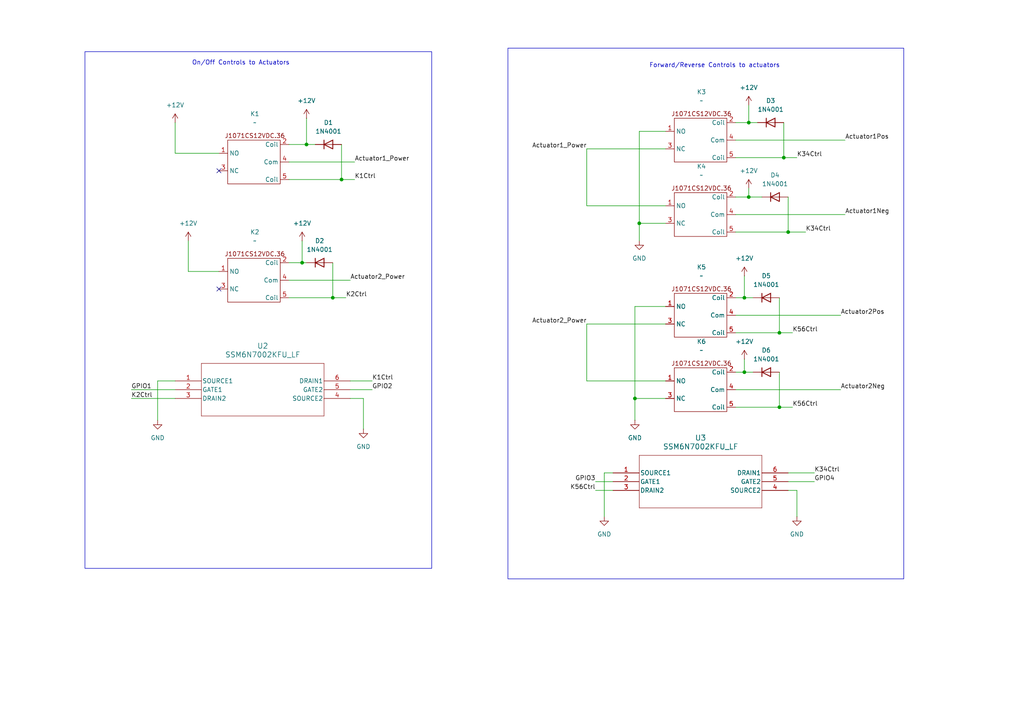
<source format=kicad_sch>
(kicad_sch (version 20250114) (generator "eeschema") (generator_version "9.0")
  (paper "A4")
  (lib_symbols
    (symbol "Diode:1N4001" (pin_numbers (hide yes)) (pin_names (hide yes))
      (property "Reference" "D" (at 0 2.54 0))
      (property "Value" "1N4001" (at 0 -2.54 0))
      (symbol "1N4001_0_1"
        (polyline (pts (xy -1.27 1.27) (xy -1.27 -1.27)) (stroke (width 0.254)))
        (polyline (pts (xy 1.27 1.27) (xy 1.27 -1.27) (xy -1.27 0) (xy 1.27 1.27)) (stroke (width 0.254)))
        (polyline (pts (xy 1.27 0) (xy -1.27 0)))
      )
      (symbol "1N4001_1_1"
        (pin passive line (at -3.81 0 0) (length 2.54) (name "K") (number "1"))
        (pin passive line (at 3.81 0 180) (length 2.54) (name "A") (number "2"))
      )
    )
    (symbol "J1071CS12VDC.36:J1071CS12VDC.36"
      (property "Reference" "K" (at -6.096 -1.27 0))
      (symbol "J1071CS12VDC.36_0_1"
        (rectangle (start -3.81 -2.54) (end 11.43 -15.24))
      )
      (symbol "J1071CS12VDC.36_1_1"
        (text "J1071CS12VDC.36" (at 4.064 -1.27 0) (effects (font (size 1.27 1.27))))
        (pin output line (at -6.35 -6.35 0) (length 2.54) (name "NO") (number "1"))
        (pin output line (at -6.35 -11.43 0) (length 2.54) (name "NC") (number "3"))
        (pin input line (at 13.97 -3.81 180) (length 2.54) (name "Coil") (number "2"))
        (pin input line (at 13.97 -8.89 180) (length 2.54) (name "Com") (number "4"))
        (pin input line (at 13.97 -13.97 180) (length 2.54) (name "Coil") (number "5"))
      )
    )
    (symbol "SSM6N7002KFU,LF:SSM6N7002KFU_LF" (pin_names (offset 0.254))
      (property "Reference" "U" (at 25.4 10.16 0))
      (property "Value" "SSM6N7002KFU_LF" (at 25.4 7.62 0))
      (symbol "SSM6N7002KFU_LF_0_1"
        (polyline (pts (xy 7.62 5.08) (xy 7.62 -10.16)) (stroke (width 0.127)))
        (polyline (pts (xy 7.62 -10.16) (xy 43.18 -10.16)) (stroke (width 0.127)))
        (polyline (pts (xy 43.18 5.08) (xy 7.62 5.08)) (stroke (width 0.127)))
        (polyline (pts (xy 43.18 -10.16) (xy 43.18 5.08)) (stroke (width 0.127)))
        (pin unspecified line (at 0 0 0) (length 7.62) (name "SOURCE1") (number "1"))
        (pin unspecified line (at 0 -2.54 0) (length 7.62) (name "GATE1") (number "2"))
        (pin unspecified line (at 0 -5.08 0) (length 7.62) (name "DRAIN2") (number "3"))
        (pin unspecified line (at 50.8 0 180) (length 7.62) (name "DRAIN1") (number "6"))
        (pin unspecified line (at 50.8 -2.54 180) (length 7.62) (name "GATE2") (number "5"))
        (pin unspecified line (at 50.8 -5.08 180) (length 7.62) (name "SOURCE2") (number "4"))
      )
    )
    (symbol "power:+12V" (power) (pin_numbers (hide yes)) (pin_names (offset 0) (hide yes))
      (property "Value" "+12V" (at 0 3.556 0))
      (symbol "+12V_0_1"
        (polyline (pts (xy -0.762 1.27) (xy 0 2.54)))
        (polyline (pts (xy 0 2.54) (xy 0.762 1.27)))
        (polyline (pts (xy 0 0) (xy 0 2.54)))
      )
      (symbol "+12V_1_1"
        (pin power_in line (at 0 0 90) (length 0) (name "~") (number "1"))
      )
    )
    (symbol "power:GND" (power) (pin_numbers (hide yes)) (pin_names (offset 0) (hide yes))
      (property "Value" "GND" (at 0 -3.81 0))
      (symbol "GND_0_1"
        (polyline (pts (xy 0 0) (xy 0 -1.27) (xy 1.27 -1.27) (xy 0 -2.54) (xy -1.27 -1.27) (xy 0 -1.27)))
      )
      (symbol "GND_1_1"
        (pin power_in line (at 0 0 270) (length 0) (name "~") (number "1"))
      )
    )
  )
  (rectangle (start 147.32 13.97) (end 262.128 167.894))
  (rectangle (start 24.638 14.986) (end 125.222 164.846))
  (text "Forward/Reverse Controls to actuators" (at 207.264 19.05 0) (effects (font (size 1.27 1.27))))
  (text "On/Off Controls to Actuators" (at 69.85 18.288 0) (effects (font (size 1.27 1.27))))
  (junction (at 88.9 41.91))
  (junction (at 184.15 115.57))
  (junction (at 226.06 118.11))
  (junction (at 227.33 45.72))
  (junction (at 217.17 35.56))
  (junction (at 99.06 52.07))
  (junction (at 185.42 64.77))
  (junction (at 226.06 96.52))
  (junction (at 215.9 86.36))
  (junction (at 87.63 76.2))
  (junction (at 217.17 57.15))
  (junction (at 228.6 67.31))
  (junction (at 215.9 107.95))
  (junction (at 96.52 86.36))
  (no_connect (at 63.5 49.53))
  (no_connect (at 63.5 83.82))
  (wire (pts (xy 213.36 35.56) (xy 217.17 35.56)))
  (wire (pts (xy 50.8 44.45) (xy 63.5 44.45)))
  (wire (pts (xy 226.06 96.52) (xy 226.06 86.36)))
  (wire (pts (xy 54.61 78.74) (xy 63.5 78.74)))
  (wire (pts (xy 83.82 52.07) (xy 99.06 52.07)))
  (wire (pts (xy 226.06 118.11) (xy 229.87 118.11)))
  (wire (pts (xy 38.1 113.03) (xy 50.8 113.03)))
  (wire (pts (xy 54.61 78.74) (xy 54.61 69.85)))
  (wire (pts (xy 50.8 35.56) (xy 50.8 44.45)))
  (wire (pts (xy 245.11 62.23) (xy 213.36 62.23)))
  (wire (pts (xy 184.15 115.57) (xy 193.04 115.57)))
  (wire (pts (xy 217.17 35.56) (xy 219.71 35.56)))
  (wire (pts (xy 107.95 113.03) (xy 101.6 113.03)))
  (wire (pts (xy 231.14 45.72) (xy 227.33 45.72)))
  (wire (pts (xy 236.22 137.16) (xy 228.6 137.16)))
  (wire (pts (xy 215.9 104.14) (xy 215.9 107.95)))
  (wire (pts (xy 83.82 46.99) (xy 102.87 46.99)))
  (wire (pts (xy 228.6 67.31) (xy 228.6 57.15)))
  (wire (pts (xy 213.36 113.03) (xy 243.84 113.03)))
  (wire (pts (xy 184.15 88.9) (xy 184.15 115.57)))
  (wire (pts (xy 105.41 124.46) (xy 105.41 115.57)))
  (wire (pts (xy 213.36 40.64) (xy 245.11 40.64)))
  (wire (pts (xy 83.82 76.2) (xy 87.63 76.2)))
  (wire (pts (xy 175.26 137.16) (xy 175.26 149.86)))
  (wire (pts (xy 226.06 118.11) (xy 213.36 118.11)))
  (wire (pts (xy 50.8 115.57) (xy 38.1 115.57)))
  (wire (pts (xy 88.9 34.29) (xy 88.9 41.91)))
  (wire (pts (xy 170.18 59.69) (xy 193.04 59.69)))
  (wire (pts (xy 87.63 76.2) (xy 88.9 76.2)))
  (wire (pts (xy 215.9 80.01) (xy 215.9 86.36)))
  (wire (pts (xy 213.36 107.95) (xy 215.9 107.95)))
  (wire (pts (xy 185.42 64.77) (xy 185.42 38.1)))
  (wire (pts (xy 170.18 43.18) (xy 170.18 59.69)))
  (wire (pts (xy 213.36 45.72) (xy 227.33 45.72)))
  (wire (pts (xy 175.26 137.16) (xy 177.8 137.16)))
  (wire (pts (xy 193.04 93.98) (xy 170.18 93.98)))
  (wire (pts (xy 231.14 142.24) (xy 231.14 149.86)))
  (wire (pts (xy 185.42 38.1) (xy 193.04 38.1)))
  (wire (pts (xy 213.36 91.44) (xy 243.84 91.44)))
  (wire (pts (xy 229.87 96.52) (xy 226.06 96.52)))
  (wire (pts (xy 193.04 88.9) (xy 184.15 88.9)))
  (wire (pts (xy 228.6 67.31) (xy 213.36 67.31)))
  (wire (pts (xy 88.9 41.91) (xy 91.44 41.91)))
  (wire (pts (xy 50.8 110.49) (xy 45.72 110.49)))
  (wire (pts (xy 184.15 115.57) (xy 184.15 121.92)))
  (wire (pts (xy 105.41 115.57) (xy 101.6 115.57)))
  (wire (pts (xy 217.17 54.61) (xy 217.17 57.15)))
  (wire (pts (xy 217.17 30.48) (xy 217.17 35.56)))
  (wire (pts (xy 87.63 69.85) (xy 87.63 76.2)))
  (wire (pts (xy 100.33 86.36) (xy 96.52 86.36)))
  (wire (pts (xy 213.36 96.52) (xy 226.06 96.52)))
  (wire (pts (xy 215.9 107.95) (xy 218.44 107.95)))
  (wire (pts (xy 228.6 142.24) (xy 231.14 142.24)))
  (wire (pts (xy 227.33 35.56) (xy 227.33 45.72)))
  (wire (pts (xy 45.72 110.49) (xy 45.72 121.92)))
  (wire (pts (xy 172.72 142.24) (xy 177.8 142.24)))
  (wire (pts (xy 170.18 43.18) (xy 193.04 43.18)))
  (wire (pts (xy 217.17 57.15) (xy 220.98 57.15)))
  (wire (pts (xy 83.82 86.36) (xy 96.52 86.36)))
  (wire (pts (xy 99.06 52.07) (xy 102.87 52.07)))
  (wire (pts (xy 170.18 110.49) (xy 193.04 110.49)))
  (wire (pts (xy 185.42 64.77) (xy 193.04 64.77)))
  (wire (pts (xy 83.82 41.91) (xy 88.9 41.91)))
  (wire (pts (xy 96.52 86.36) (xy 96.52 76.2)))
  (wire (pts (xy 233.68 67.31) (xy 228.6 67.31)))
  (wire (pts (xy 236.22 139.7) (xy 228.6 139.7)))
  (wire (pts (xy 213.36 57.15) (xy 217.17 57.15)))
  (wire (pts (xy 215.9 86.36) (xy 218.44 86.36)))
  (wire (pts (xy 170.18 93.98) (xy 170.18 110.49)))
  (wire (pts (xy 107.95 110.49) (xy 101.6 110.49)))
  (wire (pts (xy 172.72 139.7) (xy 177.8 139.7)))
  (wire (pts (xy 226.06 107.95) (xy 226.06 118.11)))
  (wire (pts (xy 185.42 69.85) (xy 185.42 64.77)))
  (wire (pts (xy 99.06 52.07) (xy 99.06 41.91)))
  (wire (pts (xy 213.36 86.36) (xy 215.9 86.36)))
  (wire (pts (xy 83.82 81.28) (xy 101.6 81.28)))
  (label "K56Ctrl" (at 172.72 142.24 180))
  (label "Actuator2_Power" (at 101.6 81.28 0))
  (label "Actuator1Neg" (at 245.11 62.23 0))
  (label "K34Ctrl" (at 231.14 45.72 0))
  (label "K1Ctrl" (at 102.87 52.07 0))
  (label "Actuator2Pos" (at 243.84 91.44 0))
  (label "Actuator2Neg" (at 243.84 113.03 0))
  (label "K56Ctrl" (at 229.87 96.52 0))
  (label "GPIO1" (at 38.1 113.03 0))
  (label "K34Ctrl" (at 233.68 67.31 0))
  (label "GPIO4" (at 236.22 139.7 0))
  (label "Actuator1_Power" (at 102.87 46.99 0))
  (label "Actuator1_Power" (at 170.18 43.18 180))
  (label "Actuator1Pos" (at 245.11 40.64 0))
  (label "Actuator2_Power" (at 170.18 93.98 180))
  (label "K56Ctrl" (at 229.87 118.11 0))
  (label "K34Ctrl" (at 236.22 137.16 0))
  (label "GPIO3" (at 172.72 139.7 180))
  (label "K2Ctrl" (at 38.1 115.57 0))
  (label "GPIO2" (at 107.95 113.03 0))
  (label "K1Ctrl" (at 107.95 110.49 0))
  (label "K2Ctrl" (at 100.33 86.36 0))
  (symbol (lib_id "power:GND") (at 45.72 121.92 0) (unit 1)
    (property "Reference" "#PWR021" (effects (hide yes)))
    (property "Value" "GND" (at 45.72 127 0))
    (property "Description" "Power symbol creates a global label with name \"GND\" , ground" (effects (hide yes)))
  )
  (symbol (lib_id "SSM6N7002KFU,LF:SSM6N7002KFU_LF") (at 50.8 110.49 0) (unit 1)
    (property "Reference" "U2" (at 76.2 100.33 0) (effects (font (size 1.524 1.524))))
    (property "Value" "SSM6N7002KFU_LF" (at 76.2 102.87 0) (effects (font (size 1.524 1.524))))
    (property "Footprint" "Custom:SOT-363   US6_TOS" (effects (hide yes)))
    (property "Datasheet" "https://toshiba.semicon-storage.com/info/docget.jsp?did=30374&prodName=SSM6N7002KFU" (effects (hide yes)))
  )
  (symbol (lib_id "power:+12V") (at 54.61 69.85 0) (unit 1)
    (property "Reference" "#PWR023" (effects (hide yes)))
    (property "Value" "+12V" (at 54.61 64.77 0))
    (property "Description" "Power symbol creates a global label with name \"+12V\"" (effects (hide yes)))
  )
  (symbol (lib_id "Diode:1N4001") (at 92.71 76.2 0) (unit 1)
    (property "Reference" "D2" (at 92.71 69.85 0))
    (property "Value" "1N4001" (at 92.71 72.39 0))
    (property "Footprint" "Diode_THT:D_DO-41_SOD81_P10.16mm_Horizontal" (effects (hide yes)))
    (property "Datasheet" "http://www.vishay.com/docs/88503/1n4001.pdf" (effects (hide yes)))
    (property "Description" "50V 1A General Purpose Rectifier Diode, DO-41" (effects (hide yes)))
    (property "Sim.Device" "D" (effects (hide yes)))
    (property "Sim.Pins" "1=K 2=A" (effects (hide yes)))
  )
  (symbol (lib_id "power:+12V") (at 88.9 34.29 0) (unit 1)
    (property "Reference" "#PWR024" (effects (hide yes)))
    (property "Value" "+12V" (at 88.9 29.21 0))
    (property "Description" "Power symbol creates a global label with name \"+12V\"" (effects (hide yes)))
  )
  (symbol (lib_id "Diode:1N4001") (at 223.52 35.56 0) (unit 1)
    (property "Reference" "D3" (at 223.52 29.21 0))
    (property "Value" "1N4001" (at 223.52 31.75 0))
    (property "Footprint" "Diode_THT:D_DO-41_SOD81_P10.16mm_Horizontal" (effects (hide yes)))
    (property "Datasheet" "http://www.vishay.com/docs/88503/1n4001.pdf" (effects (hide yes)))
    (property "Description" "50V 1A General Purpose Rectifier Diode, DO-41" (effects (hide yes)))
    (property "Sim.Device" "D" (effects (hide yes)))
    (property "Sim.Pins" "1=K 2=A" (effects (hide yes)))
  )
  (symbol (lib_id "power:GND") (at 231.14 149.86 0) (unit 1)
    (property "Reference" "#PWR019" (effects (hide yes)))
    (property "Value" "GND" (at 231.14 154.94 0))
    (property "Description" "Power symbol creates a global label with name \"GND\" , ground" (effects (hide yes)))
  )
  (symbol (lib_id "J1071CS12VDC.36:J1071CS12VDC.36") (at 69.85 38.1 0) (unit 1)
    (property "Reference" "K1" (at 73.914 33.02 0))
    (property "Value" "~" (at 73.914 35.56 0))
    (property "Footprint" "J1071CS12VDC.36:J1071CS12VDC.36" (effects (hide yes)))
  )
  (symbol (lib_id "power:+12V") (at 217.17 54.61 0) (unit 1)
    (property "Reference" "#PWR030" (effects (hide yes)))
    (property "Value" "+12V" (at 217.17 49.53 0))
    (property "Description" "Power symbol creates a global label with name \"+12V\"" (effects (hide yes)))
  )
  (symbol (lib_id "SSM6N7002KFU,LF:SSM6N7002KFU_LF") (at 177.8 137.16 0) (unit 1)
    (property "Reference" "U3" (at 203.2 127 0) (effects (font (size 1.524 1.524))))
    (property "Value" "SSM6N7002KFU_LF" (at 203.2 129.54 0) (effects (font (size 1.524 1.524))))
    (property "Footprint" "Custom:SOT-363   US6_TOS" (effects (hide yes)))
    (property "Datasheet" "https://toshiba.semicon-storage.com/info/docget.jsp?did=30374&prodName=SSM6N7002KFU" (effects (hide yes)))
  )
  (symbol (lib_id "J1071CS12VDC.36:J1071CS12VDC.36") (at 199.39 53.34 0) (unit 1)
    (property "Reference" "K4" (at 203.454 48.26 0))
    (property "Value" "~" (at 203.454 50.8 0))
    (property "Footprint" "J1071CS12VDC.36:J1071CS12VDC.36" (effects (hide yes)))
  )
  (symbol (lib_id "power:GND") (at 184.15 121.92 0) (unit 1)
    (property "Reference" "#PWR027" (effects (hide yes)))
    (property "Value" "GND" (at 184.15 127 0))
    (property "Description" "Power symbol creates a global label with name \"GND\" , ground" (effects (hide yes)))
  )
  (symbol (lib_id "power:GND") (at 105.41 124.46 0) (unit 1)
    (property "Reference" "#PWR020" (effects (hide yes)))
    (property "Value" "GND" (at 105.41 129.54 0))
    (property "Description" "Power symbol creates a global label with name \"GND\" , ground" (effects (hide yes)))
  )
  (symbol (lib_id "Diode:1N4001") (at 222.25 86.36 0) (unit 1)
    (property "Reference" "D5" (at 222.25 80.01 0))
    (property "Value" "1N4001" (at 222.25 82.55 0))
    (property "Footprint" "Diode_THT:D_DO-41_SOD81_P10.16mm_Horizontal" (effects (hide yes)))
    (property "Datasheet" "http://www.vishay.com/docs/88503/1n4001.pdf" (effects (hide yes)))
    (property "Description" "50V 1A General Purpose Rectifier Diode, DO-41" (effects (hide yes)))
    (property "Sim.Device" "D" (effects (hide yes)))
    (property "Sim.Pins" "1=K 2=A" (effects (hide yes)))
  )
  (symbol (lib_id "J1071CS12VDC.36:J1071CS12VDC.36") (at 69.85 72.39 0) (unit 1)
    (property "Reference" "K2" (at 73.914 67.31 0))
    (property "Value" "~" (at 73.914 69.85 0))
    (property "Footprint" "J1071CS12VDC.36:J1071CS12VDC.36" (effects (hide yes)))
  )
  (symbol (lib_id "power:+12V") (at 217.17 30.48 0) (unit 1)
    (property "Reference" "#PWR028" (effects (hide yes)))
    (property "Value" "+12V" (at 217.17 25.4 0))
    (property "Description" "Power symbol creates a global label with name \"+12V\"" (effects (hide yes)))
  )
  (symbol (lib_id "Diode:1N4001") (at 222.25 107.95 0) (unit 1)
    (property "Reference" "D6" (at 222.25 101.6 0))
    (property "Value" "1N4001" (at 222.25 104.14 0))
    (property "Footprint" "Diode_THT:D_DO-41_SOD81_P10.16mm_Horizontal" (effects (hide yes)))
    (property "Datasheet" "http://www.vishay.com/docs/88503/1n4001.pdf" (effects (hide yes)))
    (property "Description" "50V 1A General Purpose Rectifier Diode, DO-41" (effects (hide yes)))
    (property "Sim.Device" "D" (effects (hide yes)))
    (property "Sim.Pins" "1=K 2=A" (effects (hide yes)))
  )
  (symbol (lib_id "power:GND") (at 175.26 149.86 0) (unit 1)
    (property "Reference" "#PWR017" (effects (hide yes)))
    (property "Value" "GND" (at 175.26 154.94 0))
    (property "Description" "Power symbol creates a global label with name \"GND\" , ground" (effects (hide yes)))
  )
  (symbol (lib_id "power:+12V") (at 50.8 35.56 0) (unit 1)
    (property "Reference" "#PWR022" (effects (hide yes)))
    (property "Value" "+12V" (at 50.8 30.48 0))
    (property "Description" "Power symbol creates a global label with name \"+12V\"" (effects (hide yes)))
  )
  (symbol (lib_id "power:GND") (at 185.42 69.85 0) (unit 1)
    (property "Reference" "#PWR026" (effects (hide yes)))
    (property "Value" "GND" (at 185.42 74.93 0))
    (property "Description" "Power symbol creates a global label with name \"GND\" , ground" (effects (hide yes)))
  )
  (symbol (lib_id "power:+12V") (at 215.9 104.14 0) (unit 1)
    (property "Reference" "#PWR031" (effects (hide yes)))
    (property "Value" "+12V" (at 215.9 99.06 0))
    (property "Description" "Power symbol creates a global label with name \"+12V\"" (effects (hide yes)))
  )
  (symbol (lib_id "J1071CS12VDC.36:J1071CS12VDC.36") (at 199.39 104.14 0) (unit 1)
    (property "Reference" "K6" (at 203.454 99.06 0))
    (property "Value" "~" (at 203.454 101.6 0))
    (property "Footprint" "J1071CS12VDC.36:J1071CS12VDC.36" (effects (hide yes)))
  )
  (symbol (lib_id "power:+12V") (at 215.9 80.01 0) (unit 1)
    (property "Reference" "#PWR029" (effects (hide yes)))
    (property "Value" "+12V" (at 215.9 74.93 0))
    (property "Description" "Power symbol creates a global label with name \"+12V\"" (effects (hide yes)))
  )
  (symbol (lib_id "Diode:1N4001") (at 224.79 57.15 0) (unit 1)
    (property "Reference" "D4" (at 224.79 50.8 0))
    (property "Value" "1N4001" (at 224.79 53.34 0))
    (property "Footprint" "Diode_THT:D_DO-41_SOD81_P10.16mm_Horizontal" (effects (hide yes)))
    (property "Datasheet" "http://www.vishay.com/docs/88503/1n4001.pdf" (effects (hide yes)))
    (property "Description" "50V 1A General Purpose Rectifier Diode, DO-41" (effects (hide yes)))
    (property "Sim.Device" "D" (effects (hide yes)))
    (property "Sim.Pins" "1=K 2=A" (effects (hide yes)))
  )
  (symbol (lib_id "J1071CS12VDC.36:J1071CS12VDC.36") (at 199.39 31.75 0) (unit 1)
    (property "Reference" "K3" (at 203.454 26.67 0))
    (property "Value" "~" (at 203.454 29.21 0))
    (property "Footprint" "J1071CS12VDC.36:J1071CS12VDC.36" (effects (hide yes)))
  )
  (symbol (lib_id "Diode:1N4001") (at 95.25 41.91 0) (unit 1)
    (property "Reference" "D1" (at 95.25 35.56 0))
    (property "Value" "1N4001" (at 95.25 38.1 0))
    (property "Footprint" "Diode_THT:D_DO-41_SOD81_P10.16mm_Horizontal" (effects (hide yes)))
    (property "Datasheet" "http://www.vishay.com/docs/88503/1n4001.pdf" (effects (hide yes)))
    (property "Description" "50V 1A General Purpose Rectifier Diode, DO-41" (effects (hide yes)))
    (property "Sim.Device" "D" (effects (hide yes)))
    (property "Sim.Pins" "1=K 2=A" (effects (hide yes)))
  )
  (symbol (lib_id "J1071CS12VDC.36:J1071CS12VDC.36") (at 199.39 82.55 0) (unit 1)
    (property "Reference" "K5" (at 203.454 77.47 0))
    (property "Value" "~" (at 203.454 80.01 0))
    (property "Footprint" "J1071CS12VDC.36:J1071CS12VDC.36" (effects (hide yes)))
  )
  (symbol (lib_id "power:+12V") (at 87.63 69.85 0) (unit 1)
    (property "Reference" "#PWR025" (effects (hide yes)))
    (property "Value" "+12V" (at 87.63 64.77 0))
    (property "Description" "Power symbol creates a global label with name \"+12V\"" (effects (hide yes)))
  )
)
</source>
